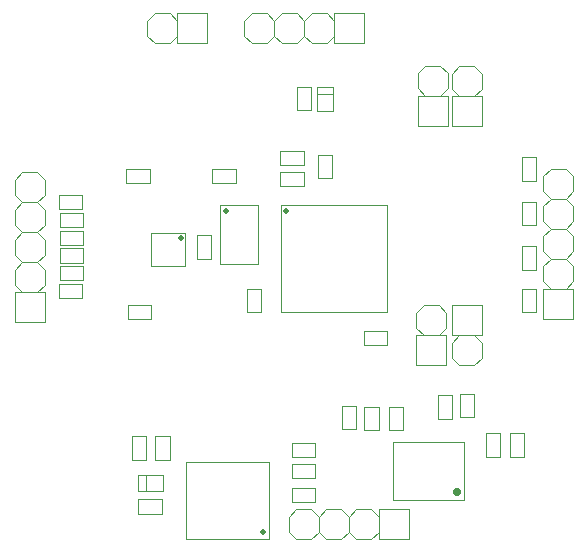
<source format=gm1>
G04 Layer_Color=14360714*
%FSLAX25Y25*%
%MOIN*%
G70*
G01*
G75*
%ADD25C,0.02756*%
%ADD27C,0.01968*%
%ADD43C,0.00394*%
D25*
X147224Y16535D02*
D03*
D27*
X90551Y110236D02*
D03*
X82677Y3150D02*
D03*
X55512Y101378D02*
D03*
X70472Y110236D02*
D03*
D43*
X153150Y41539D02*
Y49409D01*
X148425Y41539D02*
Y49409D01*
X153150D01*
X148425Y41539D02*
X153150D01*
X140945Y41142D02*
Y49013D01*
X145669Y41142D02*
Y49013D01*
X140945Y41142D02*
X145669D01*
X140945Y49013D02*
X145669D01*
X145689Y138642D02*
Y148642D01*
X155689D01*
X145689Y138642D02*
X155689D01*
X145689Y151142D02*
X148189Y148642D01*
X145689Y151142D02*
Y156142D01*
X148189Y158642D01*
X153189D01*
X155689Y156142D01*
Y151142D02*
Y156142D01*
X153189Y148642D02*
X155689Y151142D01*
Y138642D02*
Y148642D01*
X134272Y138799D02*
Y148799D01*
X144272D01*
X134272Y138799D02*
X144272D01*
X134272Y151299D02*
X136772Y148799D01*
X134272Y151299D02*
Y156299D01*
X136772Y158799D01*
X141772D01*
X144272Y156299D01*
Y151299D02*
Y156299D01*
X141772Y148799D02*
X144272Y151299D01*
Y138799D02*
Y148799D01*
X-79Y115768D02*
X2421Y113268D01*
X-79Y115768D02*
Y120768D01*
X2421Y123268D01*
X7421D01*
X9921Y120768D01*
Y115768D02*
Y120768D01*
X7421Y113268D02*
X9921Y115768D01*
X7421Y103268D02*
X9921Y105768D01*
Y110768D01*
X7421Y113268D02*
X9921Y110768D01*
X2421Y113268D02*
X7421D01*
X-79Y110768D02*
X2421Y113268D01*
X-79Y105768D02*
Y110768D01*
Y105768D02*
X2421Y103268D01*
X-79Y95768D02*
X2421Y93268D01*
X-79Y95768D02*
Y100768D01*
X2421Y103268D01*
X7421D01*
X9921Y100768D01*
Y95768D02*
Y100768D01*
X7421Y93268D02*
X9921Y95768D01*
Y73268D02*
Y83268D01*
X7421D02*
X9921Y85768D01*
Y90768D01*
X7421Y93268D02*
X9921Y90768D01*
X2421Y93268D02*
X7421D01*
X-79Y90768D02*
X2421Y93268D01*
X-79Y85768D02*
Y90768D01*
Y85768D02*
X2421Y83268D01*
X-79Y73268D02*
X9921D01*
X-79Y83268D02*
X9921D01*
X-79Y73268D02*
Y83268D01*
X176102Y116909D02*
X178602Y114409D01*
X176102Y116909D02*
Y121909D01*
X178602Y124409D01*
X183602D01*
X186102Y121909D01*
Y116909D02*
Y121909D01*
X183602Y114409D02*
X186102Y116909D01*
X183602Y104409D02*
X186102Y106909D01*
Y111909D01*
X183602Y114409D02*
X186102Y111909D01*
X178602Y114409D02*
X183602D01*
X176102Y111909D02*
X178602Y114409D01*
X176102Y106909D02*
Y111909D01*
Y106909D02*
X178602Y104409D01*
X176102Y96909D02*
X178602Y94410D01*
X176102Y96909D02*
Y101909D01*
X178602Y104409D01*
X183602D01*
X186102Y101909D01*
Y96909D02*
Y101909D01*
X183602Y94410D02*
X186102Y96909D01*
Y74410D02*
Y84409D01*
X183602D02*
X186102Y86910D01*
Y91909D01*
X183602Y94410D02*
X186102Y91909D01*
X178602Y94410D02*
X183602D01*
X176102Y91909D02*
X178602Y94410D01*
X176102Y86910D02*
Y91909D01*
Y86910D02*
X178602Y84409D01*
X176102Y74410D02*
X186102D01*
X176102Y84409D02*
X186102D01*
X176102Y74410D02*
Y84409D01*
X88583Y76772D02*
Y112205D01*
Y76772D02*
X124016D01*
Y112205D01*
X88583D02*
X124016D01*
X100689Y149213D02*
X106004D01*
Y143504D02*
Y151772D01*
X100689Y143504D02*
Y151772D01*
X106004D01*
X100689Y143504D02*
X106004D01*
X98819Y143901D02*
Y151772D01*
X94095Y143901D02*
Y151772D01*
X98819D01*
X94095Y143901D02*
X98819D01*
X155591Y68976D02*
Y78976D01*
X145591Y68976D02*
X155591D01*
X145591Y78976D02*
X155591D01*
X153091Y68976D02*
X155591Y66476D01*
Y61476D02*
Y66476D01*
X153091Y58976D02*
X155591Y61476D01*
X148091Y58976D02*
X153091D01*
X145591Y61476D02*
X148091Y58976D01*
X145591Y61476D02*
Y66476D01*
X148091Y68976D01*
X145591D02*
Y78976D01*
X133780Y58976D02*
Y68976D01*
X143780D01*
X133780Y58976D02*
X143780D01*
X133780Y71476D02*
X136279Y68976D01*
X133780Y71476D02*
Y76476D01*
X136279Y78976D01*
X141279D01*
X143780Y76476D01*
Y71476D02*
Y76476D01*
X141279Y68976D02*
X143780Y71476D01*
Y58976D02*
Y68976D01*
X54213Y166260D02*
X64213D01*
X54213D02*
Y176260D01*
X64213Y166260D02*
Y176260D01*
X51713Y166260D02*
X54213Y168760D01*
X46713Y166260D02*
X51713D01*
X44213Y168760D02*
X46713Y166260D01*
X44213Y168760D02*
Y173760D01*
X46713Y176260D01*
X51713D01*
X54213Y173760D01*
Y176260D02*
X64213D01*
X84567Y985D02*
Y26575D01*
X57166D02*
X84567D01*
X57166Y985D02*
Y26575D01*
Y985D02*
X84567D01*
X84035Y176260D02*
X86535Y173760D01*
X79035Y176260D02*
X84035D01*
X76535Y173760D02*
X79035Y176260D01*
X76535Y168760D02*
Y173760D01*
Y168760D02*
X79035Y166260D01*
X84035D01*
X86535Y168760D01*
X94035Y166260D02*
X96535Y168760D01*
X89035Y166260D02*
X94035D01*
X86535Y168760D02*
X89035Y166260D01*
X86535Y168760D02*
Y173760D01*
X89035Y176260D01*
X94035D01*
X96535Y173760D01*
X106535Y176260D02*
X116535D01*
X104035D02*
X106535Y173760D01*
X99035Y176260D02*
X104035D01*
X96535Y173760D02*
X99035Y176260D01*
X96535Y168760D02*
Y173760D01*
Y168760D02*
X99035Y166260D01*
X104035D01*
X106535Y168760D01*
X116535Y166260D02*
Y176260D01*
X106535Y166260D02*
Y176260D01*
Y166260D02*
X116535D01*
X73619Y119685D02*
Y124409D01*
X65748Y119685D02*
Y124409D01*
Y119685D02*
X73619D01*
X65748Y124409D02*
X73619D01*
X60630Y102162D02*
X65354D01*
X60630Y94291D02*
X65354D01*
Y102162D01*
X60630Y94291D02*
Y102162D01*
X77362Y84446D02*
X82087D01*
X77362Y76575D02*
X82087D01*
Y84446D01*
X77362Y76575D02*
Y84446D01*
X45472Y102952D02*
X56889D01*
X45472Y91929D02*
X56889D01*
X45472D02*
Y102952D01*
X56889Y91929D02*
Y102952D01*
X14964Y104921D02*
X22835D01*
X14964Y109646D02*
X22835D01*
Y104921D02*
Y109646D01*
X14964Y104921D02*
Y109646D01*
X14567Y86024D02*
X22438D01*
X14567Y81299D02*
X22438D01*
X14567D02*
Y86024D01*
X22438Y81299D02*
Y86024D01*
X14964Y87205D02*
X22835D01*
X14964Y91929D02*
X22835D01*
Y87205D02*
Y91929D01*
X14964Y87205D02*
Y91929D01*
Y93110D02*
X22835D01*
X14964Y97835D02*
X22835D01*
Y93110D02*
Y97835D01*
X14964Y93110D02*
Y97835D01*
Y99016D02*
X22835D01*
X14964Y103740D02*
X22835D01*
Y99016D02*
Y103740D01*
X14964Y99016D02*
Y103740D01*
X14567Y115551D02*
X22438D01*
X14567Y110827D02*
X22438D01*
X14567D02*
Y115551D01*
X22438Y110827D02*
Y115551D01*
X45076Y119685D02*
Y124409D01*
X37205Y119685D02*
Y124409D01*
Y119685D02*
X45076D01*
X37205Y124409D02*
X45076D01*
X37602Y74410D02*
Y79134D01*
X45472Y74410D02*
Y79134D01*
X37602D02*
X45472D01*
X37602Y74410D02*
X45472D01*
X116342Y65551D02*
Y70276D01*
X124213Y65551D02*
Y70276D01*
X116342D02*
X124213D01*
X116342Y65551D02*
X124213D01*
X105709Y121263D02*
Y129134D01*
X100984Y121263D02*
Y129134D01*
X105709D01*
X100984Y121263D02*
X105709D01*
X96257Y118701D02*
Y123425D01*
X88386Y118701D02*
Y123425D01*
Y118701D02*
X96257D01*
X88386Y123425D02*
X96257D01*
Y125591D02*
Y130315D01*
X88386Y125591D02*
Y130315D01*
Y125591D02*
X96257D01*
X88386Y130315D02*
X96257D01*
X46850Y35233D02*
X51575D01*
X46850Y27362D02*
X51575D01*
Y35233D01*
X46850Y27362D02*
Y35233D01*
X38976D02*
X43701D01*
X38976Y27362D02*
X43701D01*
Y35233D01*
X38976Y27362D02*
Y35233D01*
X157087Y28346D02*
Y36217D01*
X161811Y28346D02*
Y36217D01*
X157087Y28346D02*
X161811D01*
X157087Y36217D02*
X161811D01*
X113779Y37602D02*
Y45472D01*
X109055Y37602D02*
Y45472D01*
X113779D01*
X109055Y37602D02*
X113779D01*
X116535Y37205D02*
Y45076D01*
X121260Y37205D02*
Y45076D01*
X116535Y37205D02*
X121260D01*
X116535Y45076D02*
X121260D01*
X92323Y32874D02*
X100194D01*
X92323Y28150D02*
X100194D01*
X92323D02*
Y32874D01*
X100194Y28150D02*
Y32874D01*
Y21260D02*
Y25984D01*
X92323Y21260D02*
Y25984D01*
Y21260D02*
X100194D01*
X92323Y25984D02*
X100194D01*
X100194Y13386D02*
Y18110D01*
X92323Y13386D02*
Y18110D01*
Y13386D02*
X100194D01*
X92323Y18110D02*
X100194D01*
X43701Y17028D02*
Y22343D01*
X41142D02*
X49409D01*
X41142Y17028D02*
X49409D01*
X41142D02*
Y22343D01*
X49409Y17028D02*
Y22343D01*
X41142Y14173D02*
X49013D01*
X41142Y9449D02*
X49013D01*
X41142D02*
Y14173D01*
X49013Y9449D02*
Y14173D01*
X124606Y37205D02*
Y45076D01*
X129331Y37205D02*
Y45076D01*
X124606Y37205D02*
X129331D01*
X124606Y45076D02*
X129331D01*
X98799Y10905D02*
X101299Y8405D01*
X93799Y10905D02*
X98799D01*
X91299Y8405D02*
X93799Y10905D01*
X91299Y3405D02*
Y8405D01*
Y3405D02*
X93799Y905D01*
X98799D01*
X101299Y3405D01*
X108799Y905D02*
X111299Y3405D01*
X103799Y905D02*
X108799D01*
X101299Y3405D02*
X103799Y905D01*
X101299Y3405D02*
Y8405D01*
X103799Y10905D01*
X108799D01*
X111299Y8405D01*
X121299Y10905D02*
X131299D01*
X118799D02*
X121299Y8405D01*
X113799Y10905D02*
X118799D01*
X111299Y8405D02*
X113799Y10905D01*
X111299Y3405D02*
Y8405D01*
Y3405D02*
X113799Y905D01*
X118799D01*
X121299Y3405D01*
X131299Y905D02*
Y10905D01*
X121299Y905D02*
Y10905D01*
Y905D02*
X131299D01*
X149605Y13976D02*
Y33268D01*
X125984D02*
X149605D01*
X125984Y13976D02*
Y33268D01*
Y13976D02*
X149605D01*
X164961Y28346D02*
Y36217D01*
X169685Y28346D02*
Y36217D01*
X164961Y28346D02*
X169685D01*
X164961Y36217D02*
X169685D01*
X168898Y76575D02*
Y84446D01*
X173622Y76575D02*
Y84446D01*
X168898Y76575D02*
X173622D01*
X168898Y84446D02*
X173622D01*
Y90751D02*
Y98622D01*
X168898Y90751D02*
Y98622D01*
X173622D01*
X168898Y90751D02*
X173622D01*
Y120279D02*
Y128150D01*
X168898Y120279D02*
Y128150D01*
X173622D01*
X168898Y120279D02*
X173622D01*
X168898Y105515D02*
X173622D01*
X168898Y113386D02*
X173622D01*
X168898Y105515D02*
Y113386D01*
X173622Y105515D02*
Y113386D01*
X81053Y92520D02*
Y112205D01*
X68553Y92520D02*
X81053D01*
X68553D02*
Y112205D01*
X81053D01*
M02*

</source>
